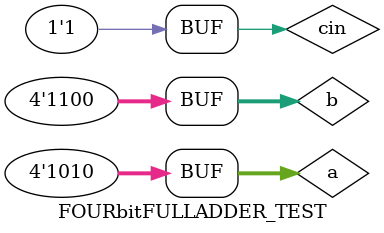
<source format=v>
module FOURbitFULLADDER(s, cout, a, b, cin);
input [3:0] a, b;
input cin;
output [3:0] s;
output cout;

xor (bw0, b[0], cin);
xor (bw1, b[1], cin);
xor (bw2, b[2], cin);
xor (bw3, b[3], cin);
FULLADDER fa0(s[0], c1, a[0], bw0, cin);
FULLADDER fa1(s[1], c2, a[1], bw1, c1);
FULLADDER fa2(s[2], c3, a[2], bw2, c2);
FULLADDER fa3(s[3], cout, a[3], bw3, c3);

endmodule

module FULLADDER(s, cout, a, b, cin);
input a, b, cin;
output s, cout;

xor (w1, a, b);
xor (s, w1, cin);
and (w2, w1, cin);
and (w3, a, b);
or (cout, w2, w3);

endmodule

module FOURbitFULLADDER_TEST;
reg [3:0] a, b;
reg cin;
wire [3:0] s;
wire cout;

FOURbitFULLADDER ex(s, cout, a, b, cin);

initial
begin
a=4'd0; b=4'd0; cin=0;
#100 a=4'd0; b=4'd0; cin=1;
#100 a=4'd0; b=4'd1; cin=0;
#100 a=4'd1; b=4'd0; cin=1;
#100 a=4'd3; b=4'd2; cin=0;
#100 a=4'd3; b=4'd2; cin=1;
#100 a=4'd5; b=4'd4; cin=0;
#100 a=4'd5; b=4'd2; cin=1;
#100 a=4'd4; b=4'd8; cin=0;
#100 a=4'd4; b=4'd8; cin=1;
#100 a=4'd11; b=4'd4; cin=0;
#100 a=4'd11; b=4'd4; cin=1;
#100 a=4'd10; b=4'd3; cin=0;
#100 a=4'd10; b=4'd12; cin=1;
end
endmodule

</source>
